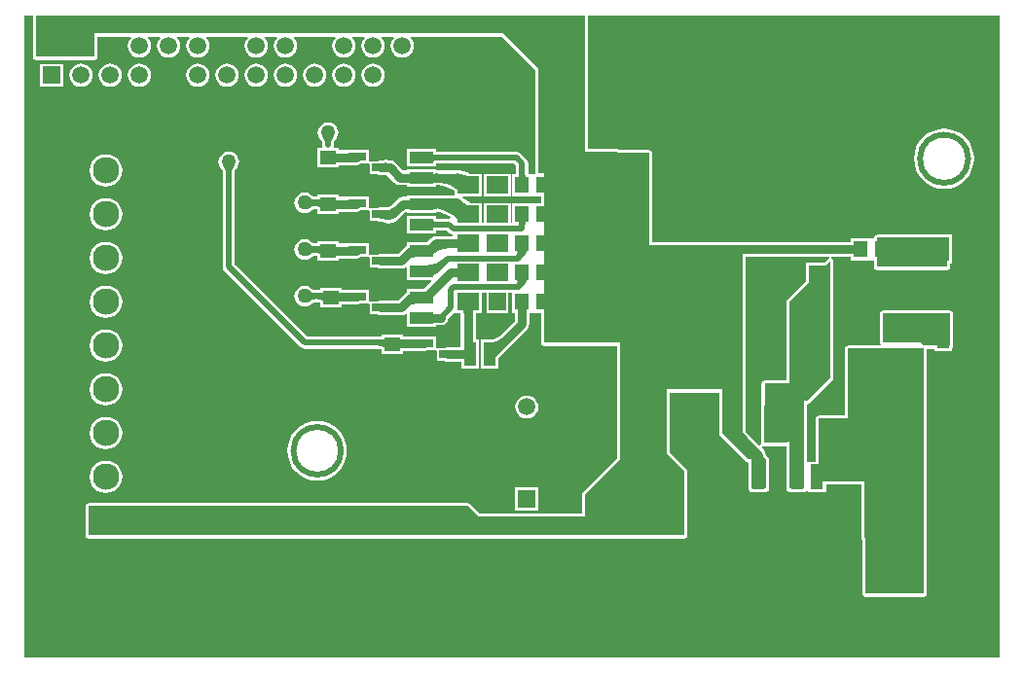
<source format=gtl>
%FSLAX25Y25*%
%MOIN*%
G70*
G01*
G75*
G04 Layer_Physical_Order=1*
G04 Layer_Color=255*
%ADD10C,0.03000*%
%ADD11C,0.02000*%
%ADD12R,0.16929X0.07480*%
%ADD13R,0.05512X0.04724*%
%ADD14R,0.04724X0.05512*%
%ADD15R,0.07480X0.25000*%
%ADD16R,0.07480X0.16929*%
%ADD17R,0.08268X0.12992*%
%ADD18R,0.05906X0.02559*%
%ADD19R,0.47244X0.51181*%
%ADD20R,0.04200X0.08500*%
%ADD21C,0.05906*%
%ADD22R,0.05906X0.05906*%
%ADD23R,0.04000X0.08000*%
%ADD24R,0.08000X0.04000*%
%ADD25R,0.05906X0.05906*%
%ADD26R,0.07480X0.06299*%
%ADD27C,0.06000*%
%ADD28C,0.09055*%
%ADD29R,0.09055X0.09055*%
%ADD30C,0.05900*%
%ADD31R,0.05900X0.05900*%
%ADD32R,0.09055X0.09055*%
%ADD33C,0.05000*%
G36*
X334000Y0D02*
X0D01*
Y220000D01*
X2980D01*
Y206000D01*
X3058Y205610D01*
X3279Y205279D01*
X3610Y205058D01*
X4000Y204980D01*
X24000D01*
X24390Y205058D01*
X24721Y205279D01*
X24942Y205610D01*
X25020Y206000D01*
Y212980D01*
X36425D01*
X36581Y212519D01*
X35948Y211694D01*
X35549Y210732D01*
X35413Y209700D01*
X35549Y208668D01*
X35948Y207707D01*
X36581Y206881D01*
X37407Y206247D01*
X38368Y205849D01*
X39400Y205713D01*
X40432Y205849D01*
X41394Y206247D01*
X42219Y206881D01*
X42853Y207707D01*
X43251Y208668D01*
X43387Y209700D01*
X43251Y210732D01*
X42853Y211694D01*
X42219Y212519D01*
X42376Y212980D01*
X46425D01*
X46581Y212519D01*
X45948Y211694D01*
X45549Y210732D01*
X45413Y209700D01*
X45549Y208668D01*
X45948Y207707D01*
X46581Y206881D01*
X47407Y206247D01*
X48368Y205849D01*
X49400Y205713D01*
X50432Y205849D01*
X51394Y206247D01*
X52219Y206881D01*
X52853Y207707D01*
X53251Y208668D01*
X53387Y209700D01*
X53251Y210732D01*
X52853Y211694D01*
X52219Y212519D01*
X52376Y212980D01*
X56425D01*
X56581Y212519D01*
X55948Y211694D01*
X55549Y210732D01*
X55413Y209700D01*
X55549Y208668D01*
X55948Y207707D01*
X56581Y206881D01*
X57407Y206247D01*
X58368Y205849D01*
X59400Y205713D01*
X60432Y205849D01*
X61394Y206247D01*
X62219Y206881D01*
X62853Y207707D01*
X63251Y208668D01*
X63387Y209700D01*
X63251Y210732D01*
X62853Y211694D01*
X62219Y212519D01*
X62376Y212980D01*
X76425D01*
X76581Y212519D01*
X75948Y211694D01*
X75549Y210732D01*
X75413Y209700D01*
X75549Y208668D01*
X75948Y207707D01*
X76581Y206881D01*
X77407Y206247D01*
X78368Y205849D01*
X79400Y205713D01*
X80432Y205849D01*
X81394Y206247D01*
X82219Y206881D01*
X82853Y207707D01*
X83251Y208668D01*
X83387Y209700D01*
X83251Y210732D01*
X82853Y211694D01*
X82219Y212519D01*
X82376Y212980D01*
X86425D01*
X86581Y212519D01*
X85948Y211694D01*
X85549Y210732D01*
X85413Y209700D01*
X85549Y208668D01*
X85948Y207707D01*
X86581Y206881D01*
X87407Y206247D01*
X88368Y205849D01*
X89400Y205713D01*
X90432Y205849D01*
X91394Y206247D01*
X92219Y206881D01*
X92853Y207707D01*
X93251Y208668D01*
X93387Y209700D01*
X93251Y210732D01*
X92853Y211694D01*
X92219Y212519D01*
X92376Y212980D01*
X106425D01*
X106581Y212519D01*
X105948Y211694D01*
X105549Y210732D01*
X105413Y209700D01*
X105549Y208668D01*
X105948Y207707D01*
X106581Y206881D01*
X107407Y206247D01*
X108368Y205849D01*
X109400Y205713D01*
X110432Y205849D01*
X111394Y206247D01*
X112219Y206881D01*
X112853Y207707D01*
X113251Y208668D01*
X113387Y209700D01*
X113251Y210732D01*
X112853Y211694D01*
X112219Y212519D01*
X112376Y212980D01*
X116425D01*
X116581Y212519D01*
X115948Y211694D01*
X115549Y210732D01*
X115413Y209700D01*
X115549Y208668D01*
X115948Y207707D01*
X116581Y206881D01*
X117407Y206247D01*
X118368Y205849D01*
X119400Y205713D01*
X120432Y205849D01*
X121394Y206247D01*
X122219Y206881D01*
X122853Y207707D01*
X123251Y208668D01*
X123387Y209700D01*
X123251Y210732D01*
X122853Y211694D01*
X122219Y212519D01*
X122376Y212980D01*
X126425D01*
X126581Y212519D01*
X125948Y211694D01*
X125549Y210732D01*
X125413Y209700D01*
X125549Y208668D01*
X125948Y207707D01*
X126581Y206881D01*
X127407Y206247D01*
X128368Y205849D01*
X129400Y205713D01*
X130432Y205849D01*
X131394Y206247D01*
X132219Y206881D01*
X132853Y207707D01*
X133251Y208668D01*
X133387Y209700D01*
X133251Y210732D01*
X132853Y211694D01*
X132219Y212519D01*
X132376Y212980D01*
X163578D01*
X174980Y201578D01*
Y166000D01*
X174780Y165756D01*
X174181D01*
D01*
D01*
X174181Y165756D01*
X173819D01*
Y165756D01*
X172496D01*
Y169544D01*
X172496Y169544D01*
X172341Y170324D01*
X171898Y170985D01*
X170042Y172842D01*
X169380Y173284D01*
X168600Y173439D01*
X141000D01*
Y174400D01*
X131000D01*
Y168400D01*
X141000D01*
Y169361D01*
X167755D01*
X168417Y168699D01*
Y165756D01*
X167094D01*
Y158244D01*
X173819D01*
Y158244D01*
X173819D01*
X173819Y158244D01*
X174181D01*
Y158244D01*
X176980D01*
Y155756D01*
X174181D01*
D01*
D01*
X174181Y155756D01*
X173819D01*
Y155756D01*
X167094D01*
Y149086D01*
X166527D01*
Y155937D01*
X157473D01*
Y149086D01*
X156527D01*
Y155937D01*
X152771D01*
X152617Y156069D01*
X150886Y157130D01*
X150293Y157376D01*
X150102Y157837D01*
X150195Y158063D01*
X156527D01*
Y165937D01*
X152602D01*
X151514Y166518D01*
X150625Y166788D01*
X150375Y166955D01*
X149400Y167149D01*
X141000D01*
Y167600D01*
X131000D01*
Y167149D01*
X129656D01*
X127002Y169802D01*
X126175Y170355D01*
X125357Y170518D01*
X125199Y170583D01*
X123807Y170766D01*
Y170769D01*
X122832Y170575D01*
X122792Y170549D01*
X122134D01*
X121158Y170355D01*
X121046Y170279D01*
X118181D01*
Y170279D01*
X118172D01*
X117819Y170633D01*
Y174020D01*
X114034D01*
X113669Y174092D01*
X107756D01*
Y174906D01*
X106234D01*
X105917Y175292D01*
X106039Y175906D01*
Y176379D01*
X106049D01*
X106039Y176450D01*
Y176479D01*
X106141Y176992D01*
X106470Y177483D01*
X106496Y177504D01*
X106496Y177504D01*
X106496Y177504D01*
X106503Y177497D01*
X106503Y177499D01*
Y177499D01*
X106528Y177536D01*
D01*
X106578Y177611D01*
X107057Y178235D01*
X107410Y179086D01*
X107530Y180000D01*
X107410Y180914D01*
X107057Y181765D01*
X106496Y182496D01*
X105765Y183057D01*
X104914Y183410D01*
X104000Y183530D01*
X103086Y183410D01*
X102235Y183057D01*
X101504Y182496D01*
X100943Y181765D01*
X100590Y180914D01*
X100470Y180000D01*
X100590Y179086D01*
X100943Y178235D01*
X101422Y177611D01*
X101493Y177504D01*
D01*
X101497Y177499D01*
X101497D01*
X101497Y177497D01*
X101504Y177504D01*
X101504Y177504D01*
D01*
X101530Y177483D01*
X101859Y176992D01*
X101961Y176479D01*
Y176450D01*
X101952Y176379D01*
X101961D01*
Y175906D01*
X101961Y175906D01*
X102083Y175292D01*
X101766Y174906D01*
X100244D01*
Y168181D01*
X107756D01*
Y168994D01*
X113669D01*
X114645Y169188D01*
X115052Y169461D01*
X117819D01*
Y169461D01*
X117828D01*
X118181Y169107D01*
Y165720D01*
X121046D01*
X121158Y165645D01*
X122134Y165451D01*
X124144D01*
X126797Y162797D01*
X127624Y162245D01*
X128600Y162051D01*
X131000D01*
Y161600D01*
X141000D01*
Y162051D01*
X141646D01*
X143171Y161901D01*
X145115Y161311D01*
X146905Y160354D01*
X147473Y159889D01*
Y158549D01*
X140655D01*
Y158550D01*
X140650Y158549D01*
X136000D01*
X135251Y158400D01*
X131000D01*
Y158054D01*
X129505D01*
X128529Y157860D01*
X127702Y157307D01*
X125221Y154826D01*
X124806Y154549D01*
X122134D01*
X121158Y154355D01*
X121046Y154279D01*
X118181D01*
Y154279D01*
X118172D01*
X117819Y154633D01*
Y158020D01*
X114034D01*
X113669Y158092D01*
X107756D01*
Y158905D01*
X100244D01*
Y158039D01*
X99621D01*
Y158048D01*
X99550Y158039D01*
X99521D01*
X99008Y158141D01*
X98517Y158470D01*
X98496Y158496D01*
X98503Y158503D01*
X98389Y158578D01*
X97765Y159057D01*
X96914Y159410D01*
X96000Y159530D01*
X95086Y159410D01*
X94235Y159057D01*
X93504Y158496D01*
X92943Y157765D01*
X92590Y156914D01*
X92470Y156000D01*
X92590Y155086D01*
X92943Y154235D01*
X93504Y153504D01*
X94235Y152943D01*
X95086Y152590D01*
X96000Y152470D01*
X96914Y152590D01*
X97765Y152943D01*
X98389Y153422D01*
X98503Y153497D01*
X98496Y153504D01*
X98517Y153530D01*
X99008Y153859D01*
X99439Y153945D01*
X99945Y153878D01*
X100244Y153754D01*
Y152181D01*
X107756D01*
Y152994D01*
X113669D01*
X114645Y153188D01*
X115052Y153461D01*
X117819D01*
Y153461D01*
X117828D01*
X118181Y153107D01*
Y149720D01*
X121046D01*
X121158Y149645D01*
X122134Y149451D01*
X122734D01*
X123615Y149086D01*
X124735Y148939D01*
X125854Y149086D01*
X126898Y149518D01*
X127652Y150097D01*
X127802Y150198D01*
D01*
X127802Y150198D01*
X127802Y150198D01*
X130538Y152933D01*
X131000Y152742D01*
Y152400D01*
X141000D01*
Y152813D01*
X141489Y152910D01*
X141572Y152966D01*
X142447Y152756D01*
X144642Y151847D01*
X145983Y151025D01*
X145800Y150560D01*
X145400Y150639D01*
X141000D01*
Y151600D01*
X131000D01*
Y145600D01*
X141000D01*
Y146561D01*
X144555D01*
X145511Y145605D01*
X145511Y145605D01*
X146172Y145163D01*
X146759Y145047D01*
X146710Y144549D01*
X141000D01*
X140024Y144355D01*
X139198Y143802D01*
X137795Y142400D01*
X131000D01*
Y141471D01*
X130598Y141202D01*
X127944Y138549D01*
X122134D01*
X121158Y138355D01*
X121046Y138279D01*
X118181D01*
Y138279D01*
X118172D01*
X117819Y138633D01*
Y142020D01*
X114034D01*
X113669Y142092D01*
X107756D01*
Y142905D01*
X100244D01*
Y142039D01*
X99621D01*
Y142049D01*
X99550Y142039D01*
X99521D01*
X99008Y142141D01*
X98517Y142470D01*
X98496Y142496D01*
X98503Y142503D01*
X98389Y142578D01*
X97765Y143057D01*
X96914Y143410D01*
X96000Y143530D01*
X95086Y143410D01*
X94235Y143057D01*
X93504Y142496D01*
X92943Y141765D01*
X92590Y140914D01*
X92470Y140000D01*
X92590Y139086D01*
X92943Y138235D01*
X93504Y137504D01*
X94235Y136943D01*
X95086Y136590D01*
X96000Y136470D01*
X96914Y136590D01*
X97765Y136943D01*
X98389Y137422D01*
X98503Y137497D01*
X98496Y137504D01*
X98517Y137530D01*
X99008Y137859D01*
X99439Y137945D01*
X99945Y137878D01*
X100244Y137754D01*
Y136181D01*
X107756D01*
Y136994D01*
X113669D01*
X114645Y137188D01*
X115052Y137461D01*
X117819D01*
Y137461D01*
X117828D01*
X118181Y137107D01*
Y133720D01*
X121046D01*
X121158Y133645D01*
X122134Y133451D01*
X129000D01*
X129975Y133645D01*
X130559Y134035D01*
X131000Y133799D01*
Y129600D01*
X137803D01*
X138000Y129561D01*
Y129571D01*
X138294Y129600D01*
X139342D01*
X139533Y129138D01*
X136795Y126400D01*
X131000D01*
Y125471D01*
X130598Y125203D01*
X127944Y122549D01*
X122134D01*
X121158Y122355D01*
X121046Y122279D01*
X118181D01*
Y122279D01*
X118172D01*
X117819Y122633D01*
Y126020D01*
X114954D01*
X114841Y126095D01*
X113866Y126289D01*
X108756D01*
Y126906D01*
X101244D01*
Y126039D01*
X99621D01*
Y126049D01*
X99550Y126039D01*
X99521D01*
X99008Y126141D01*
X98517Y126470D01*
X98496Y126496D01*
X98503Y126503D01*
X98389Y126578D01*
X97765Y127057D01*
X96914Y127410D01*
X96000Y127530D01*
X95086Y127410D01*
X94235Y127057D01*
X93504Y126496D01*
X92943Y125765D01*
X92590Y124914D01*
X92470Y124000D01*
X92590Y123086D01*
X92943Y122235D01*
X93504Y121504D01*
X94235Y120943D01*
X95086Y120590D01*
X96000Y120470D01*
X96914Y120590D01*
X97765Y120943D01*
X98389Y121422D01*
X98503Y121497D01*
X98496Y121504D01*
X98517Y121530D01*
X99008Y121859D01*
X99521Y121961D01*
X99550D01*
X99621Y121951D01*
Y121961D01*
X100316D01*
X100946Y121878D01*
X101244Y121754D01*
Y120181D01*
X108756D01*
Y121191D01*
X113866D01*
X114841Y121385D01*
X114954Y121461D01*
X117819D01*
Y121461D01*
X117828D01*
X118181Y121107D01*
Y117720D01*
X121046D01*
X121158Y117645D01*
X122134Y117451D01*
X129000D01*
X129975Y117645D01*
X130559Y118035D01*
X131000Y117799D01*
Y113600D01*
X141000D01*
Y114051D01*
X142600D01*
X143576Y114245D01*
X144403Y114798D01*
X144955Y115625D01*
X145066Y116182D01*
X146947Y118063D01*
X147473Y118063D01*
Y118063D01*
X149451D01*
Y108655D01*
X149450D01*
X149451Y108650D01*
Y106549D01*
X145134D01*
X144158Y106355D01*
X144046Y106279D01*
X141181D01*
Y106279D01*
X141172D01*
X140819Y106633D01*
Y110020D01*
X137954D01*
X137841Y110095D01*
X136866Y110289D01*
X129756D01*
Y110906D01*
X122244D01*
Y110039D01*
X96845D01*
X72039Y134845D01*
Y166379D01*
X72048D01*
X72039Y166449D01*
Y166479D01*
X72141Y166992D01*
X72470Y167483D01*
X72496Y167504D01*
X72503Y167497D01*
X72578Y167611D01*
X73057Y168235D01*
X73410Y169086D01*
X73530Y170000D01*
X73410Y170914D01*
X73057Y171765D01*
X72496Y172496D01*
X71765Y173057D01*
X70914Y173410D01*
X70000Y173530D01*
X69086Y173410D01*
X68235Y173057D01*
X67504Y172496D01*
X66943Y171765D01*
X66590Y170914D01*
X66470Y170000D01*
X66590Y169086D01*
X66943Y168235D01*
X67422Y167611D01*
X67493Y167504D01*
D01*
X67497Y167499D01*
X67497D01*
X67497Y167497D01*
X67504Y167504D01*
X67504Y167504D01*
D01*
X67530Y167483D01*
X67859Y166992D01*
X67961Y166479D01*
Y166449D01*
X67952Y166379D01*
X67961D01*
Y134000D01*
X67961Y134000D01*
X67961D01*
X68116Y133220D01*
X68558Y132558D01*
X94558Y106558D01*
X95220Y106116D01*
X96000Y105961D01*
X121316D01*
X121945Y105878D01*
X122244Y105754D01*
Y104181D01*
X129756D01*
Y105191D01*
X136866D01*
X137841Y105385D01*
X137954Y105461D01*
X140819D01*
Y105461D01*
X140828D01*
X141181Y105107D01*
Y101720D01*
X144046D01*
X144158Y101645D01*
X145134Y101451D01*
X145134Y101451D01*
X149600D01*
Y99000D01*
X155600D01*
Y109000D01*
X154549D01*
Y118063D01*
X156527D01*
Y125008D01*
X158260D01*
Y118260D01*
X165740D01*
Y125008D01*
X167094D01*
Y118244D01*
X167908D01*
Y115512D01*
X162890Y110494D01*
X162890Y110494D01*
Y110494D01*
X162666Y110271D01*
X161888Y109674D01*
X160688Y109177D01*
X159441Y109013D01*
X159400Y109049D01*
Y109049D01*
X159154Y109000D01*
X156400D01*
Y99000D01*
X162400D01*
Y102795D01*
X172259Y112654D01*
X172811Y113481D01*
X173005Y114456D01*
X173005Y114456D01*
X173005Y114456D01*
Y114456D01*
Y118244D01*
X173819D01*
Y118244D01*
X173819D01*
X173819Y118244D01*
X174181D01*
Y118244D01*
X176980D01*
Y108000D01*
X177058Y107610D01*
X177279Y107279D01*
X177610Y107058D01*
X178000Y106980D01*
X202980D01*
Y68422D01*
X191279Y56721D01*
X191058Y56390D01*
X190980Y56000D01*
Y49588D01*
X155854D01*
X152721Y52721D01*
X152390Y52942D01*
X152000Y53020D01*
X22000D01*
X21610Y52942D01*
X21279Y52721D01*
X21058Y52390D01*
X20980Y52000D01*
Y42000D01*
X21058Y41610D01*
X21279Y41279D01*
X21610Y41058D01*
X22000Y40980D01*
X226000D01*
X226390Y41058D01*
X226721Y41279D01*
X226942Y41610D01*
X227020Y42000D01*
Y64000D01*
X226942Y64390D01*
X226721Y64721D01*
X221020Y70422D01*
Y90980D01*
X237980D01*
Y77000D01*
X238058Y76610D01*
X238279Y76279D01*
X247279Y67279D01*
X247610Y67058D01*
X247980Y66984D01*
Y58000D01*
X248058Y57610D01*
X248200Y57397D01*
Y56750D01*
X254400D01*
Y57065D01*
X254721Y57279D01*
X254942Y57610D01*
X255020Y58000D01*
Y68000D01*
X254942Y68390D01*
X254721Y68721D01*
X253949Y69493D01*
Y69600D01*
X253949Y69600D01*
X253949Y69600D01*
Y69600D01*
X253949D01*
X253949Y69600D01*
X253755Y70575D01*
X253203Y71402D01*
X252563Y72042D01*
X252754Y72504D01*
X260980D01*
Y58000D01*
X261058Y57610D01*
X261279Y57279D01*
X261600Y57065D01*
Y56750D01*
X267800D01*
Y57016D01*
X268202Y57314D01*
X268300Y57284D01*
Y56750D01*
X274500D01*
Y59538D01*
X286755D01*
X286980Y21994D01*
X287020Y21802D01*
X287058Y21610D01*
X287060Y21607D01*
X287060Y21604D01*
X287171Y21441D01*
X287279Y21279D01*
X287282Y21277D01*
X287283Y21275D01*
X287447Y21167D01*
X287610Y21058D01*
X287613Y21057D01*
X287615Y21056D01*
X287808Y21019D01*
X288000Y20980D01*
X308000D01*
X308390Y21058D01*
X308721Y21279D01*
X308942Y21610D01*
X309020Y22000D01*
Y105980D01*
X311600D01*
Y105000D01*
X317600D01*
Y106198D01*
X317721Y106279D01*
X317942Y106610D01*
X318020Y107000D01*
Y118000D01*
X317942Y118390D01*
X317721Y118721D01*
X317390Y118942D01*
X317000Y119020D01*
X294000D01*
X293610Y118942D01*
X293279Y118721D01*
X293058Y118390D01*
X292980Y118000D01*
Y108000D01*
X293058Y107610D01*
X293158Y107461D01*
X292922Y107020D01*
X282000D01*
X281610Y106942D01*
X281279Y106721D01*
X281058Y106390D01*
X280980Y106000D01*
Y83020D01*
X272000D01*
X271610Y82942D01*
X271279Y82721D01*
X271058Y82390D01*
X270980Y82000D01*
Y67250D01*
X268373D01*
X268373Y67250D01*
Y67250D01*
X268300Y67250D01*
X268020Y67530D01*
Y86984D01*
X268390Y87058D01*
X268721Y87279D01*
X276721Y95279D01*
X276942Y95610D01*
X277020Y96000D01*
Y108500D01*
X277039D01*
Y135500D01*
X277020D01*
Y136000D01*
X276942Y136390D01*
X276721Y136721D01*
X276390Y136942D01*
X276333Y136953D01*
X276382Y137451D01*
X283095D01*
Y136244D01*
X289819D01*
Y136244D01*
X289819D01*
X289819Y136244D01*
X290181D01*
Y136244D01*
X290980D01*
Y134000D01*
X291058Y133610D01*
X291279Y133279D01*
X291610Y133058D01*
X292000Y132980D01*
X316000D01*
X316390Y133058D01*
X316721Y133279D01*
X316942Y133610D01*
X317020Y134000D01*
Y135000D01*
X317600D01*
Y145000D01*
X316098D01*
X316000Y145020D01*
X292000D01*
X291610Y144942D01*
X291279Y144721D01*
X291058Y144390D01*
X290980Y144000D01*
Y143756D01*
X290181D01*
D01*
D01*
X290181Y143756D01*
X289819D01*
Y143756D01*
X283095D01*
Y142549D01*
X215020D01*
Y173000D01*
X214984Y173181D01*
X214952Y173364D01*
X214945Y173376D01*
X214942Y173390D01*
X214839Y173544D01*
X214741Y173701D01*
X214729Y173709D01*
X214721Y173721D01*
X214567Y173824D01*
X214416Y173931D01*
X214402Y173934D01*
X214390Y173942D01*
X214209Y173978D01*
X214028Y174019D01*
X193020Y174603D01*
Y220000D01*
X334000D01*
Y0D01*
D02*
G37*
G36*
X275667Y136953D02*
X275610Y136942D01*
X275279Y136721D01*
X274058Y135500D01*
X267559D01*
Y129001D01*
X261279Y122721D01*
X261058Y122390D01*
X260980Y122000D01*
Y95020D01*
X253500D01*
X253110Y94942D01*
X252779Y94721D01*
X252558Y94390D01*
X252480Y94000D01*
Y87496D01*
X252252D01*
Y73006D01*
X251790Y72815D01*
X247020Y77585D01*
Y137451D01*
X275618D01*
X275667Y136953D01*
D02*
G37*
G36*
X316000Y134000D02*
X292000D01*
Y144000D01*
X316000D01*
Y134000D01*
D02*
G37*
G36*
X317000Y107000D02*
X308000D01*
X307000Y108000D01*
X294000D01*
Y118000D01*
X317000D01*
Y107000D01*
D02*
G37*
G36*
X276000Y96000D02*
X268000Y88000D01*
X267000D01*
Y58000D01*
X262000D01*
Y74000D01*
X253500D01*
Y94000D01*
X262000D01*
Y122000D01*
X276000Y136000D01*
Y96000D01*
D02*
G37*
G36*
X192000Y173611D02*
X214000Y173000D01*
Y140000D01*
X246000D01*
Y76000D01*
X254000Y68000D01*
Y58000D01*
X249000D01*
Y68000D01*
X248000D01*
X239000Y77000D01*
Y92000D01*
X220000D01*
Y70000D01*
X226000Y64000D01*
Y42000D01*
X22000D01*
Y52000D01*
X152000D01*
X156000Y48000D01*
X192000D01*
Y56000D01*
X204000Y68000D01*
Y108000D01*
X178000D01*
Y166000D01*
X176000D01*
Y202000D01*
X164000Y214000D01*
X24000D01*
Y206000D01*
X4000D01*
Y220000D01*
X192000D01*
Y173611D01*
D02*
G37*
G36*
X308000Y105980D02*
Y22000D01*
X288000D01*
X287769Y60558D01*
X272000D01*
Y82000D01*
X282000D01*
Y106000D01*
X307902D01*
X308000Y105980D01*
D02*
G37*
%LPC*%
G36*
X175950Y58454D02*
X168050D01*
Y50554D01*
X175950D01*
Y58454D01*
D02*
G37*
G36*
X27921Y67654D02*
X26478Y67464D01*
X25134Y66907D01*
X23979Y66021D01*
X23093Y64866D01*
X22536Y63522D01*
X22346Y62079D01*
X22536Y60636D01*
X23093Y59291D01*
X23979Y58136D01*
X25134Y57250D01*
X26478Y56693D01*
X27921Y56503D01*
X29364Y56693D01*
X30709Y57250D01*
X31864Y58136D01*
X32750Y59291D01*
X33307Y60636D01*
X33496Y62079D01*
X33307Y63522D01*
X32750Y64866D01*
X31864Y66021D01*
X30709Y66907D01*
X29364Y67464D01*
X27921Y67654D01*
D02*
G37*
G36*
Y142654D02*
X26478Y142464D01*
X25134Y141907D01*
X23979Y141021D01*
X23093Y139866D01*
X22536Y138522D01*
X22346Y137079D01*
X22536Y135636D01*
X23093Y134291D01*
X23979Y133136D01*
X25134Y132250D01*
X26478Y131693D01*
X27921Y131503D01*
X29364Y131693D01*
X30709Y132250D01*
X31864Y133136D01*
X32750Y134291D01*
X33307Y135636D01*
X33496Y137079D01*
X33307Y138522D01*
X32750Y139866D01*
X31864Y141021D01*
X30709Y141907D01*
X29364Y142464D01*
X27921Y142654D01*
D02*
G37*
G36*
Y127654D02*
X26478Y127464D01*
X25134Y126907D01*
X23979Y126021D01*
X23093Y124866D01*
X22536Y123522D01*
X22346Y122079D01*
X22536Y120636D01*
X23093Y119291D01*
X23979Y118136D01*
X25134Y117250D01*
X26478Y116693D01*
X27921Y116504D01*
X29364Y116693D01*
X30709Y117250D01*
X31864Y118136D01*
X32750Y119291D01*
X33307Y120636D01*
X33496Y122079D01*
X33307Y123522D01*
X32750Y124866D01*
X31864Y126021D01*
X30709Y126907D01*
X29364Y127464D01*
X27921Y127654D01*
D02*
G37*
G36*
Y82654D02*
X26478Y82464D01*
X25134Y81907D01*
X23979Y81021D01*
X23093Y79866D01*
X22536Y78522D01*
X22346Y77079D01*
X22536Y75636D01*
X23093Y74291D01*
X23979Y73136D01*
X25134Y72250D01*
X26478Y71693D01*
X27921Y71504D01*
X29364Y71693D01*
X30709Y72250D01*
X31864Y73136D01*
X32750Y74291D01*
X33307Y75636D01*
X33496Y77079D01*
X33307Y78522D01*
X32750Y79866D01*
X31864Y81021D01*
X30709Y81907D01*
X29364Y82464D01*
X27921Y82654D01*
D02*
G37*
G36*
X100263Y81213D02*
X98270Y81016D01*
X96355Y80435D01*
X94589Y79492D01*
X93041Y78221D01*
X91771Y76674D01*
X90828Y74908D01*
X90246Y72992D01*
X90050Y71000D01*
X90246Y69008D01*
X90828Y67092D01*
X91771Y65326D01*
X93041Y63779D01*
X94589Y62508D01*
X96355Y61565D01*
X98270Y60984D01*
X100263Y60787D01*
X102255Y60984D01*
X104171Y61565D01*
X105937Y62508D01*
X107484Y63779D01*
X108754Y65326D01*
X109698Y67092D01*
X110279Y69008D01*
X110476Y71000D01*
X110279Y72992D01*
X109698Y74908D01*
X108754Y76674D01*
X107484Y78221D01*
X105937Y79492D01*
X104171Y80435D01*
X102255Y81016D01*
X100263Y81213D01*
D02*
G37*
G36*
X172000Y89984D02*
X170969Y89848D01*
X170008Y89450D01*
X169183Y88817D01*
X168550Y87992D01*
X168152Y87031D01*
X168016Y86000D01*
X168152Y84969D01*
X168550Y84008D01*
X169183Y83183D01*
X170008Y82550D01*
X170969Y82152D01*
X172000Y82016D01*
X173031Y82152D01*
X173992Y82550D01*
X174817Y83183D01*
X175450Y84008D01*
X175848Y84969D01*
X175984Y86000D01*
X175848Y87031D01*
X175450Y87992D01*
X174817Y88817D01*
X173992Y89450D01*
X173031Y89848D01*
X172000Y89984D01*
D02*
G37*
G36*
X27921Y112654D02*
X26478Y112464D01*
X25134Y111907D01*
X23979Y111021D01*
X23093Y109866D01*
X22536Y108522D01*
X22346Y107079D01*
X22536Y105636D01*
X23093Y104291D01*
X23979Y103136D01*
X25134Y102250D01*
X26478Y101693D01*
X27921Y101504D01*
X29364Y101693D01*
X30709Y102250D01*
X31864Y103136D01*
X32750Y104291D01*
X33307Y105636D01*
X33496Y107079D01*
X33307Y108522D01*
X32750Y109866D01*
X31864Y111021D01*
X30709Y111907D01*
X29364Y112464D01*
X27921Y112654D01*
D02*
G37*
G36*
Y97654D02*
X26478Y97464D01*
X25134Y96907D01*
X23979Y96021D01*
X23093Y94866D01*
X22536Y93522D01*
X22346Y92079D01*
X22536Y90636D01*
X23093Y89291D01*
X23979Y88136D01*
X25134Y87250D01*
X26478Y86693D01*
X27921Y86503D01*
X29364Y86693D01*
X30709Y87250D01*
X31864Y88136D01*
X32750Y89291D01*
X33307Y90636D01*
X33496Y92079D01*
X33307Y93522D01*
X32750Y94866D01*
X31864Y96021D01*
X30709Y96907D01*
X29364Y97464D01*
X27921Y97654D01*
D02*
G37*
G36*
X89400Y203687D02*
X88368Y203551D01*
X87407Y203153D01*
X86581Y202519D01*
X85948Y201694D01*
X85549Y200732D01*
X85413Y199700D01*
X85549Y198668D01*
X85948Y197707D01*
X86581Y196881D01*
X87407Y196247D01*
X88368Y195849D01*
X89400Y195713D01*
X90432Y195849D01*
X91394Y196247D01*
X92219Y196881D01*
X92853Y197707D01*
X93251Y198668D01*
X93387Y199700D01*
X93251Y200732D01*
X92853Y201694D01*
X92219Y202519D01*
X91394Y203153D01*
X90432Y203551D01*
X89400Y203687D01*
D02*
G37*
G36*
X79400D02*
X78368Y203551D01*
X77407Y203153D01*
X76581Y202519D01*
X75948Y201694D01*
X75549Y200732D01*
X75413Y199700D01*
X75549Y198668D01*
X75948Y197707D01*
X76581Y196881D01*
X77407Y196247D01*
X78368Y195849D01*
X79400Y195713D01*
X80432Y195849D01*
X81394Y196247D01*
X82219Y196881D01*
X82853Y197707D01*
X83251Y198668D01*
X83387Y199700D01*
X83251Y200732D01*
X82853Y201694D01*
X82219Y202519D01*
X81394Y203153D01*
X80432Y203551D01*
X79400Y203687D01*
D02*
G37*
G36*
X69400D02*
X68368Y203551D01*
X67407Y203153D01*
X66581Y202519D01*
X65948Y201694D01*
X65549Y200732D01*
X65413Y199700D01*
X65549Y198668D01*
X65948Y197707D01*
X66581Y196881D01*
X67407Y196247D01*
X68368Y195849D01*
X69400Y195713D01*
X70432Y195849D01*
X71394Y196247D01*
X72219Y196881D01*
X72853Y197707D01*
X73251Y198668D01*
X73387Y199700D01*
X73251Y200732D01*
X72853Y201694D01*
X72219Y202519D01*
X71394Y203153D01*
X70432Y203551D01*
X69400Y203687D01*
D02*
G37*
G36*
X99400D02*
X98368Y203551D01*
X97407Y203153D01*
X96581Y202519D01*
X95948Y201694D01*
X95549Y200732D01*
X95413Y199700D01*
X95549Y198668D01*
X95948Y197707D01*
X96581Y196881D01*
X97407Y196247D01*
X98368Y195849D01*
X99400Y195713D01*
X100432Y195849D01*
X101394Y196247D01*
X102219Y196881D01*
X102853Y197707D01*
X103251Y198668D01*
X103387Y199700D01*
X103251Y200732D01*
X102853Y201694D01*
X102219Y202519D01*
X101394Y203153D01*
X100432Y203551D01*
X99400Y203687D01*
D02*
G37*
G36*
X13353Y203653D02*
X5447D01*
Y195747D01*
X13353D01*
Y203653D01*
D02*
G37*
G36*
X119400Y203687D02*
X118368Y203551D01*
X117407Y203153D01*
X116581Y202519D01*
X115948Y201694D01*
X115549Y200732D01*
X115413Y199700D01*
X115549Y198668D01*
X115948Y197707D01*
X116581Y196881D01*
X117407Y196247D01*
X118368Y195849D01*
X119400Y195713D01*
X120432Y195849D01*
X121394Y196247D01*
X122219Y196881D01*
X122853Y197707D01*
X123251Y198668D01*
X123387Y199700D01*
X123251Y200732D01*
X122853Y201694D01*
X122219Y202519D01*
X121394Y203153D01*
X120432Y203551D01*
X119400Y203687D01*
D02*
G37*
G36*
X109400D02*
X108368Y203551D01*
X107407Y203153D01*
X106581Y202519D01*
X105948Y201694D01*
X105549Y200732D01*
X105413Y199700D01*
X105549Y198668D01*
X105948Y197707D01*
X106581Y196881D01*
X107407Y196247D01*
X108368Y195849D01*
X109400Y195713D01*
X110432Y195849D01*
X111394Y196247D01*
X112219Y196881D01*
X112853Y197707D01*
X113251Y198668D01*
X113387Y199700D01*
X113251Y200732D01*
X112853Y201694D01*
X112219Y202519D01*
X111394Y203153D01*
X110432Y203551D01*
X109400Y203687D01*
D02*
G37*
G36*
X59400D02*
X58368Y203551D01*
X57407Y203153D01*
X56581Y202519D01*
X55948Y201694D01*
X55549Y200732D01*
X55413Y199700D01*
X55549Y198668D01*
X55948Y197707D01*
X56581Y196881D01*
X57407Y196247D01*
X58368Y195849D01*
X59400Y195713D01*
X60432Y195849D01*
X61394Y196247D01*
X62219Y196881D01*
X62853Y197707D01*
X63251Y198668D01*
X63387Y199700D01*
X63251Y200732D01*
X62853Y201694D01*
X62219Y202519D01*
X61394Y203153D01*
X60432Y203551D01*
X59400Y203687D01*
D02*
G37*
G36*
X314935Y181415D02*
X312923Y181217D01*
X310988Y180630D01*
X309204Y179676D01*
X307641Y178394D01*
X306359Y176831D01*
X305405Y175047D01*
X304818Y173112D01*
X304620Y171100D01*
X304818Y169088D01*
X305405Y167153D01*
X306359Y165369D01*
X307641Y163806D01*
X309204Y162524D01*
X310988Y161570D01*
X312923Y160983D01*
X314935Y160785D01*
X316947Y160983D01*
X318882Y161570D01*
X320666Y162524D01*
X322229Y163806D01*
X323511Y165369D01*
X324465Y167153D01*
X325051Y169088D01*
X325250Y171100D01*
X325051Y173112D01*
X324465Y175047D01*
X323511Y176831D01*
X322229Y178394D01*
X320666Y179676D01*
X318882Y180630D01*
X316947Y181217D01*
X314935Y181415D01*
D02*
G37*
G36*
X166527Y165937D02*
X157473D01*
Y158063D01*
X166527D01*
Y165937D01*
D02*
G37*
G36*
X27921Y157654D02*
X26478Y157464D01*
X25134Y156907D01*
X23979Y156021D01*
X23093Y154866D01*
X22536Y153522D01*
X22346Y152079D01*
X22536Y150636D01*
X23093Y149291D01*
X23979Y148136D01*
X25134Y147250D01*
X26478Y146694D01*
X27921Y146503D01*
X29364Y146694D01*
X30709Y147250D01*
X31864Y148136D01*
X32750Y149291D01*
X33307Y150636D01*
X33496Y152079D01*
X33307Y153522D01*
X32750Y154866D01*
X31864Y156021D01*
X30709Y156907D01*
X29364Y157464D01*
X27921Y157654D01*
D02*
G37*
G36*
Y172654D02*
X26478Y172464D01*
X25134Y171907D01*
X23979Y171021D01*
X23093Y169866D01*
X22536Y168522D01*
X22346Y167079D01*
X22536Y165636D01*
X23093Y164291D01*
X23979Y163136D01*
X25134Y162250D01*
X26478Y161694D01*
X27921Y161504D01*
X29364Y161694D01*
X30709Y162250D01*
X31864Y163136D01*
X32750Y164291D01*
X33307Y165636D01*
X33496Y167079D01*
X33307Y168522D01*
X32750Y169866D01*
X31864Y171021D01*
X30709Y171907D01*
X29364Y172464D01*
X27921Y172654D01*
D02*
G37*
G36*
X39400Y203687D02*
X38368Y203551D01*
X37407Y203153D01*
X36581Y202519D01*
X35948Y201694D01*
X35549Y200732D01*
X35413Y199700D01*
X35549Y198668D01*
X35948Y197707D01*
X36581Y196881D01*
X37407Y196247D01*
X38368Y195849D01*
X39400Y195713D01*
X40432Y195849D01*
X41394Y196247D01*
X42219Y196881D01*
X42853Y197707D01*
X43251Y198668D01*
X43387Y199700D01*
X43251Y200732D01*
X42853Y201694D01*
X42219Y202519D01*
X41394Y203153D01*
X40432Y203551D01*
X39400Y203687D01*
D02*
G37*
G36*
X29400D02*
X28368Y203551D01*
X27407Y203153D01*
X26581Y202519D01*
X25948Y201694D01*
X25549Y200732D01*
X25413Y199700D01*
X25549Y198668D01*
X25948Y197707D01*
X26581Y196881D01*
X27407Y196247D01*
X28368Y195849D01*
X29400Y195713D01*
X30432Y195849D01*
X31394Y196247D01*
X32219Y196881D01*
X32853Y197707D01*
X33251Y198668D01*
X33387Y199700D01*
X33251Y200732D01*
X32853Y201694D01*
X32219Y202519D01*
X31394Y203153D01*
X30432Y203551D01*
X29400Y203687D01*
D02*
G37*
G36*
X19400D02*
X18368Y203551D01*
X17407Y203153D01*
X16581Y202519D01*
X15948Y201694D01*
X15549Y200732D01*
X15413Y199700D01*
X15549Y198668D01*
X15948Y197707D01*
X16581Y196881D01*
X17407Y196247D01*
X18368Y195849D01*
X19400Y195713D01*
X20432Y195849D01*
X21394Y196247D01*
X22219Y196881D01*
X22853Y197707D01*
X23251Y198668D01*
X23387Y199700D01*
X23251Y200732D01*
X22853Y201694D01*
X22219Y202519D01*
X21394Y203153D01*
X20432Y203551D01*
X19400Y203687D01*
D02*
G37*
%LPD*%
D10*
X221278Y140000D02*
G03*
X209061Y134939I0J-17278D01*
G01*
X214035Y140000D02*
G03*
X206939Y137061I0J-10035D01*
G01*
X150243Y160834D02*
G03*
X141150Y164600I-9093J-9093D01*
G01*
X152364Y162955D02*
G03*
X148393Y164600I-3971J-3971D01*
G01*
X149760Y152000D02*
G03*
X148176Y155824I-5408J0D01*
G01*
X150243Y150834D02*
G03*
X137770Y156000I-12473J-12473D01*
G01*
X152364Y152955D02*
G03*
X145013Y156000I-7352J-7352D01*
G01*
X147427Y142000D02*
G03*
X150243Y143166I0J3982D01*
G01*
Y140834D02*
G03*
X147427Y142000I-2816J-2816D01*
G01*
Y132000D02*
G03*
X150243Y133166I0J3982D01*
G01*
Y130834D02*
G03*
X147427Y132000I-2816J-2816D01*
G01*
X152000Y118017D02*
G03*
X150834Y120834I-3982J0D01*
G01*
X153166D02*
G03*
X152000Y118017I2816J-2816D01*
G01*
X159400Y106500D02*
G03*
X164692Y108692I0J7484D01*
G01*
X159400Y103500D02*
G03*
X159571Y103571I0J241D01*
G01*
X152000Y108655D02*
G03*
X152953Y106353I3255J0D01*
G01*
X145484Y142000D02*
G03*
X138354Y139047I0J-10084D01*
G01*
X134000Y138900D02*
G03*
X130415Y137415I0J-5069D01*
G01*
X139278Y125278D02*
G03*
X138500Y123400I1877J-1877D01*
G01*
X134000Y122900D02*
G03*
X130415Y121415I0J-5069D01*
G01*
X140655Y156000D02*
G03*
X138354Y155047I0J-3255D01*
G01*
X140513Y155265D02*
G03*
X138250Y154967I-772J-2881D01*
G01*
X35309Y47039D02*
G03*
X30141Y44899I0J-7309D01*
G01*
Y49180D02*
G03*
X35309Y47039I5168J5168D01*
G01*
X12908Y209700D02*
G03*
X10428Y208673I0J-3507D01*
G01*
Y210727D02*
G03*
X12908Y209700I2480J2480D01*
G01*
X19400Y213207D02*
G03*
X20427Y210727I3507J0D01*
G01*
X18373D02*
G03*
X19400Y213207I-2480J2480D01*
G01*
X15893Y209700D02*
G03*
X18373Y210727I0J3507D01*
G01*
Y208673D02*
G03*
X15893Y209700I-2480J-2480D01*
G01*
X125808Y167391D02*
G03*
X123807Y168220I-2001J-2001D01*
G01*
Y151779D02*
G03*
X127174Y153174I0J4762D01*
G01*
X123677Y151822D02*
G03*
X126000Y152000I1058J1443D01*
G01*
X128950Y107740D02*
G03*
X127003Y106934I0J-2754D01*
G01*
X107950Y123740D02*
G03*
X106003Y122934I0J-2753D01*
G01*
X213354Y49131D02*
G03*
X205040Y47039I-2409J-7997D01*
G01*
X214219Y52003D02*
G03*
X208587Y50586I-1632J-5418D01*
G01*
X215085Y54876D02*
G03*
X212134Y54133I-855J-2838D01*
G01*
X301803Y111353D02*
G03*
X305070Y110000I3267J3267D01*
G01*
X300800Y110743D02*
X301543Y110000D01*
X314600D01*
X293544Y140000D02*
X314600D01*
X251400Y62100D02*
Y69600D01*
X244000Y77000D02*
X251400Y69600D01*
X244000Y77000D02*
Y103000D01*
X235000Y112000D02*
X244000Y103000D01*
X219701Y112000D02*
X235000D01*
X209701Y122000D02*
X219701Y112000D01*
X170457Y114456D02*
Y122000D01*
X160000Y104000D02*
X170457Y114456D01*
X152000Y104600D02*
Y122000D01*
Y104600D02*
X152600Y104000D01*
X136000Y116600D02*
X142600D01*
X149400Y164600D02*
X152000Y162000D01*
X125200Y168000D02*
X128600Y164600D01*
X122134Y168000D02*
X125200D01*
X128600Y164600D02*
X136000D01*
X149400D01*
X148000Y156000D02*
X152000Y152000D01*
X126000Y152000D02*
X129505Y155505D01*
X122134Y152000D02*
X126000D01*
X141000Y142000D02*
X152000D01*
X138400Y139400D02*
X141000Y142000D01*
X129000Y136000D02*
X132400Y139400D01*
X122134Y136000D02*
X129000D01*
X132400Y139400D02*
X136000D01*
X138400D01*
X146000Y132000D02*
X152000D01*
X137400Y123400D02*
X146000Y132000D01*
X129000Y120000D02*
X132400Y123400D01*
X122134Y120000D02*
X129000D01*
X132400Y123400D02*
X136000D01*
X137400D01*
X104000Y139543D02*
X113669D01*
X104000Y155543D02*
X113669D01*
X104000Y171543D02*
X113669D01*
X105197Y123740D02*
X113866D01*
X105000Y123543D02*
X105197Y123740D01*
X145134Y104000D02*
X145134Y104000D01*
X152600D01*
X126197Y107740D02*
X136866D01*
X28000Y47039D02*
X205039D01*
X214000Y56000D01*
X136000Y156000D02*
X148000D01*
X9400Y209700D02*
X19400D01*
Y217400D01*
X166600D01*
X186000Y198000D01*
Y172000D02*
Y198000D01*
X210000Y140000D02*
X286457D01*
X129505Y155505D02*
X135749D01*
D11*
X140414Y132600D02*
G03*
X138707Y131893I0J-2414D01*
G01*
Y133307D02*
G03*
X140414Y132600I1707J1707D01*
G01*
X138000Y133600D02*
G03*
X144226Y136179I0J8806D01*
G01*
X138000Y131600D02*
G03*
X140812Y132765I0J3977D01*
G01*
X140414Y171400D02*
G03*
X138707Y170693I0J-2414D01*
G01*
Y172107D02*
G03*
X140414Y171400I1707J1707D01*
G01*
X140414Y148600D02*
G03*
X138707Y147893I0J-2414D01*
G01*
Y149307D02*
G03*
X140414Y148600I1707J1707D01*
G01*
X124643Y106580D02*
G03*
X121215Y108000I-3428J-3428D01*
G01*
X103643Y122580D02*
G03*
X100215Y124000I-3428J-3428D01*
G01*
X102643Y138580D02*
G03*
X99215Y140000I-3428J-3428D01*
G01*
X102643Y154580D02*
G03*
X99215Y156000I-3428J-3428D01*
G01*
X169047Y127047D02*
G03*
X169351Y130810I-2060J2060D01*
G01*
X170710Y128710D02*
G03*
X170974Y131979I-1790J1790D01*
G01*
X170457Y138457D02*
G03*
X169524Y140614I-2960J0D01*
G01*
X171389D02*
G03*
X170457Y138457I2028J-2157D01*
G01*
X168953Y136953D02*
G03*
X169327Y140845I-2173J2173D01*
G01*
X170668Y138668D02*
G03*
X170985Y141963I-1840J1840D01*
G01*
X170457Y165682D02*
G03*
X171420Y163357I3289J0D01*
G01*
X169493D02*
G03*
X170457Y165682I-2325J2325D01*
G01*
Y148318D02*
G03*
X169493Y150643I-3289J0D01*
G01*
X171420D02*
G03*
X170457Y148318I2325J-2325D01*
G01*
X70000Y166379D02*
G03*
X68939Y168939I-3621J0D01*
G01*
X71061D02*
G03*
X70000Y166379I2561J-2561D01*
G01*
X99621Y124000D02*
G03*
X97061Y122939I0J-3621D01*
G01*
Y125061D02*
G03*
X99621Y124000I2561J2561D01*
G01*
Y140000D02*
G03*
X97061Y138939I0J-3621D01*
G01*
Y141061D02*
G03*
X99621Y140000I2561J2561D01*
G01*
Y156000D02*
G03*
X97061Y154939I0J-3621D01*
G01*
Y157061D02*
G03*
X99621Y156000I2561J2561D01*
G01*
X104000Y176379D02*
G03*
X102939Y178939I-3621J0D01*
G01*
X105061D02*
G03*
X104000Y176379I2561J-2561D01*
G01*
X323200Y171100D02*
G03*
X323200Y171100I-8265J0D01*
G01*
X108426Y71000D02*
G03*
X108426Y71000I-8163J0D01*
G01*
X142600Y116600D02*
X146000Y120000D01*
Y126000D01*
X147047Y127047D01*
X145000Y136953D02*
X168953D01*
X170457Y138456D01*
Y142000D01*
X136000Y148600D02*
X145400D01*
X146953Y147047D01*
X170228D01*
X170457Y147275D01*
Y152000D01*
Y162000D02*
Y169544D01*
X168600Y171400D02*
X170457Y169544D01*
X136000Y171400D02*
X168600D01*
X136000Y132600D02*
X140647D01*
X145000Y136953D01*
X147047Y127047D02*
X169047D01*
X170457Y128457D01*
X104000Y175906D02*
Y180000D01*
X104000Y175906D02*
X104000Y175906D01*
X96000Y156000D02*
X103543D01*
X96000Y140000D02*
X103543D01*
X104000Y139543D01*
X96000Y124000D02*
X104543D01*
X105000Y123543D01*
X96000Y108000D02*
X125543D01*
X126000Y107543D01*
X70000Y134000D02*
X96000Y108000D01*
X70000Y134000D02*
Y170000D01*
D12*
X286500Y77400D02*
D03*
X321539D02*
D03*
D13*
X300800Y110743D02*
D03*
Y103657D02*
D03*
X104000Y164456D02*
D03*
Y171543D02*
D03*
Y148457D02*
D03*
Y155543D02*
D03*
Y132457D02*
D03*
Y139543D02*
D03*
X105000Y123543D02*
D03*
Y116457D02*
D03*
X126000Y100457D02*
D03*
Y107543D02*
D03*
D14*
X293544Y140000D02*
D03*
X286457D02*
D03*
X170457Y152000D02*
D03*
X177543D02*
D03*
X170457Y162000D02*
D03*
X177543D02*
D03*
X170457Y142000D02*
D03*
X177543D02*
D03*
X170457Y122000D02*
D03*
X177543D02*
D03*
X170457Y132000D02*
D03*
X177543D02*
D03*
D15*
X272299Y122000D02*
D03*
X209701D02*
D03*
D16*
X214000Y56000D02*
D03*
Y20961D02*
D03*
D17*
X257386Y80000D02*
D03*
X230614D02*
D03*
D18*
X136866Y107740D02*
D03*
Y100260D02*
D03*
X145134Y104000D02*
D03*
X113866Y123740D02*
D03*
Y116260D02*
D03*
X122134Y120000D02*
D03*
X113866Y155740D02*
D03*
Y148260D02*
D03*
X122134Y152000D02*
D03*
X113866Y139740D02*
D03*
Y132260D02*
D03*
X122134Y136000D02*
D03*
X113866Y171740D02*
D03*
Y164260D02*
D03*
X122134Y168000D02*
D03*
D19*
X258000Y29250D02*
D03*
D20*
X244600Y62000D02*
D03*
X251300D02*
D03*
X258000D02*
D03*
X264700D02*
D03*
X271400D02*
D03*
D21*
X129400Y209700D02*
D03*
Y199700D02*
D03*
X119400Y209700D02*
D03*
Y199700D02*
D03*
X109400Y209700D02*
D03*
Y199700D02*
D03*
X99400Y209700D02*
D03*
Y199700D02*
D03*
X89400Y209700D02*
D03*
Y199700D02*
D03*
X79400Y209700D02*
D03*
Y199700D02*
D03*
X69400Y209700D02*
D03*
Y199700D02*
D03*
X59400Y209700D02*
D03*
Y199700D02*
D03*
X49400Y209700D02*
D03*
Y199700D02*
D03*
X39400Y209700D02*
D03*
Y199700D02*
D03*
X29400Y209700D02*
D03*
Y199700D02*
D03*
X19400Y209700D02*
D03*
Y199700D02*
D03*
X9400Y209700D02*
D03*
D22*
Y199700D02*
D03*
D23*
X321400Y110000D02*
D03*
X314600D02*
D03*
X321400Y140000D02*
D03*
X314600D02*
D03*
X152600Y104000D02*
D03*
X159400D02*
D03*
D24*
X136000Y155400D02*
D03*
Y148600D02*
D03*
X136000Y164600D02*
D03*
Y171400D02*
D03*
X136000Y123400D02*
D03*
Y116600D02*
D03*
Y139400D02*
D03*
Y132600D02*
D03*
D25*
X162000Y122000D02*
D03*
D26*
X152000D02*
D03*
X162000Y132000D02*
D03*
X152000D02*
D03*
X162000Y142000D02*
D03*
X152000D02*
D03*
X162000Y152000D02*
D03*
X152000D02*
D03*
X162000Y162000D02*
D03*
X152000D02*
D03*
D27*
X208000Y92000D02*
D03*
Y136000D02*
D03*
D28*
X27921Y167079D02*
D03*
Y152079D02*
D03*
Y137079D02*
D03*
Y122079D02*
D03*
Y107079D02*
D03*
Y92079D02*
D03*
Y77079D02*
D03*
Y62079D02*
D03*
X28000Y47039D02*
D03*
X299961Y28000D02*
D03*
D29*
X28000Y32000D02*
D03*
D30*
X172000Y86000D02*
D03*
D31*
Y54504D02*
D03*
D32*
X315000Y28000D02*
D03*
D33*
X104000Y180000D02*
D03*
X96000Y156000D02*
D03*
Y140000D02*
D03*
Y124000D02*
D03*
X70000Y170000D02*
D03*
M02*

</source>
